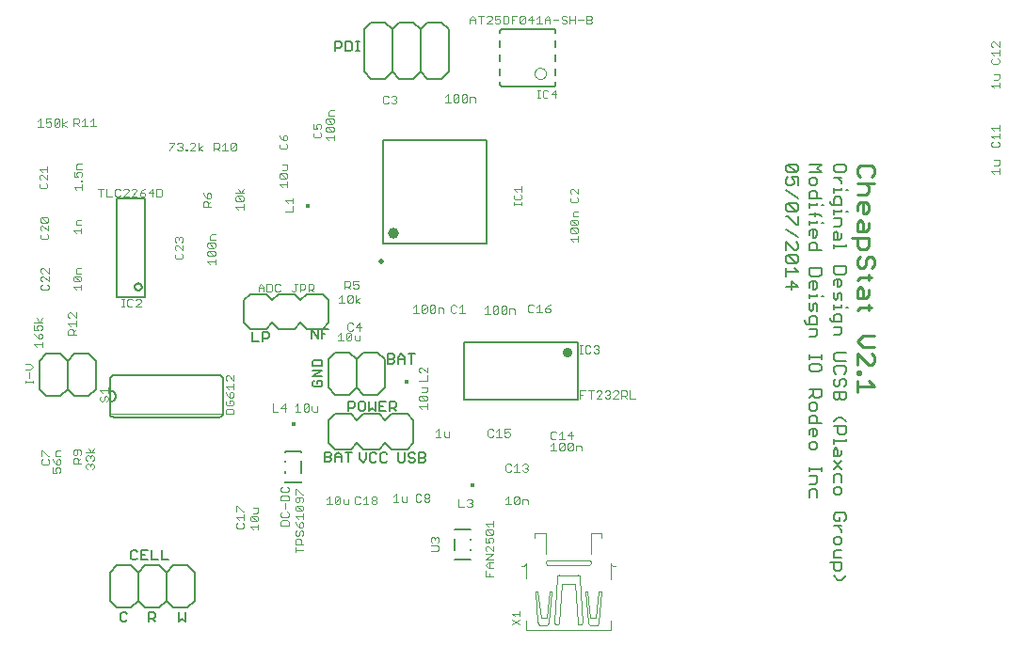
<source format=gto>
G75*
G70*
%OFA0B0*%
%FSLAX24Y24*%
%IPPOS*%
%LPD*%
%AMOC8*
5,1,8,0,0,1.08239X$1,22.5*
%
%ADD10C,0.0060*%
%ADD11C,0.0070*%
%ADD12C,0.0100*%
%ADD13C,0.0079*%
%ADD14C,0.0394*%
%ADD15C,0.0197*%
%ADD16C,0.0040*%
%ADD17R,0.0118X0.0157*%
%ADD18C,0.0050*%
%ADD19C,0.0020*%
%ADD20C,0.0080*%
%ADD21C,0.0348*%
%ADD22R,0.0157X0.0118*%
D10*
X003611Y001361D02*
X003861Y001111D01*
X004361Y001111D01*
X004611Y001361D01*
X004861Y001111D01*
X005361Y001111D01*
X005611Y001361D01*
X005861Y001111D01*
X006361Y001111D01*
X006611Y001361D01*
X006611Y002361D01*
X006361Y002611D01*
X005861Y002611D01*
X005611Y002361D01*
X005611Y001361D01*
X006041Y000956D02*
X006041Y000616D01*
X006154Y000729D01*
X006268Y000616D01*
X006268Y000956D01*
X005218Y000899D02*
X005218Y000786D01*
X005161Y000729D01*
X004991Y000729D01*
X004991Y000616D02*
X004991Y000956D01*
X005161Y000956D01*
X005218Y000899D01*
X005104Y000729D02*
X005218Y000616D01*
X004218Y000673D02*
X004161Y000616D01*
X004048Y000616D01*
X003991Y000673D01*
X003991Y000899D01*
X004048Y000956D01*
X004161Y000956D01*
X004218Y000899D01*
X004611Y001361D02*
X004611Y002361D01*
X004861Y002611D01*
X005361Y002611D01*
X005611Y002361D01*
X005693Y002811D02*
X005466Y002811D01*
X005466Y003151D01*
X005324Y002811D02*
X005097Y002811D01*
X005097Y003151D01*
X004956Y003151D02*
X004729Y003151D01*
X004729Y002811D01*
X004956Y002811D01*
X004843Y002981D02*
X004729Y002981D01*
X004588Y003094D02*
X004531Y003151D01*
X004418Y003151D01*
X004361Y003094D01*
X004361Y002868D01*
X004418Y002811D01*
X004531Y002811D01*
X004588Y002868D01*
X004361Y002611D02*
X004611Y002361D01*
X004361Y002611D02*
X003861Y002611D01*
X003611Y002361D01*
X003611Y001361D01*
X009821Y005571D02*
X009821Y005588D01*
X009821Y005571D02*
X010400Y005571D01*
X010400Y005588D01*
X010400Y005905D02*
X010400Y006316D01*
X010400Y006634D02*
X010400Y006651D01*
X009821Y006651D01*
X009821Y006634D01*
X009821Y006316D02*
X009821Y006279D01*
X009821Y005942D02*
X009821Y005905D01*
X011216Y006291D02*
X011216Y006631D01*
X011386Y006631D01*
X011443Y006574D01*
X011443Y006518D01*
X011386Y006461D01*
X011216Y006461D01*
X011386Y006461D02*
X011443Y006404D01*
X011443Y006348D01*
X011386Y006291D01*
X011216Y006291D01*
X011584Y006291D02*
X011584Y006518D01*
X011698Y006631D01*
X011811Y006518D01*
X011811Y006291D01*
X011811Y006461D02*
X011584Y006461D01*
X011586Y006736D02*
X011361Y006961D01*
X011361Y007761D01*
X011586Y007986D01*
X012136Y007986D01*
X012361Y007761D01*
X012586Y007986D01*
X013136Y007986D01*
X013361Y007761D01*
X013586Y007986D01*
X014136Y007986D01*
X014361Y007761D01*
X014361Y006961D01*
X014136Y006736D01*
X013586Y006736D01*
X013361Y006961D01*
X013136Y006736D01*
X012586Y006736D01*
X012361Y006961D01*
X012136Y006736D01*
X011586Y006736D01*
X011952Y006631D02*
X012179Y006631D01*
X012066Y006631D02*
X012066Y006291D01*
X012461Y006379D02*
X012574Y006266D01*
X012688Y006379D01*
X012688Y006606D01*
X012829Y006549D02*
X012886Y006606D01*
X012999Y006606D01*
X013056Y006549D01*
X013198Y006549D02*
X013198Y006323D01*
X013254Y006266D01*
X013368Y006266D01*
X013424Y006323D01*
X013424Y006549D02*
X013368Y006606D01*
X013254Y006606D01*
X013198Y006549D01*
X013056Y006323D02*
X012999Y006266D01*
X012886Y006266D01*
X012829Y006323D01*
X012829Y006549D01*
X012461Y006606D02*
X012461Y006379D01*
X013816Y006323D02*
X013873Y006266D01*
X013986Y006266D01*
X014043Y006323D01*
X014043Y006606D01*
X014184Y006549D02*
X014184Y006493D01*
X014241Y006436D01*
X014354Y006436D01*
X014411Y006379D01*
X014411Y006323D01*
X014354Y006266D01*
X014241Y006266D01*
X014184Y006323D01*
X014184Y006549D02*
X014241Y006606D01*
X014354Y006606D01*
X014411Y006549D01*
X014552Y006606D02*
X014552Y006266D01*
X014723Y006266D01*
X014779Y006323D01*
X014779Y006379D01*
X014723Y006436D01*
X014552Y006436D01*
X014552Y006606D02*
X014723Y006606D01*
X014779Y006549D01*
X014779Y006493D01*
X014723Y006436D01*
X013816Y006323D02*
X013816Y006606D01*
X013749Y008091D02*
X013636Y008204D01*
X013693Y008204D02*
X013523Y008204D01*
X013523Y008091D02*
X013523Y008431D01*
X013693Y008431D01*
X013749Y008374D01*
X013749Y008261D01*
X013693Y008204D01*
X013381Y008091D02*
X013154Y008091D01*
X013154Y008431D01*
X013381Y008431D01*
X013268Y008261D02*
X013154Y008261D01*
X013013Y008091D02*
X013013Y008431D01*
X012786Y008431D02*
X012786Y008091D01*
X012899Y008204D01*
X013013Y008091D01*
X012644Y008148D02*
X012644Y008374D01*
X012588Y008431D01*
X012474Y008431D01*
X012418Y008374D01*
X012418Y008148D01*
X012474Y008091D01*
X012588Y008091D01*
X012644Y008148D01*
X012276Y008261D02*
X012219Y008204D01*
X012049Y008204D01*
X012049Y008091D02*
X012049Y008431D01*
X012219Y008431D01*
X012276Y008374D01*
X012276Y008261D01*
X012087Y008658D02*
X011587Y008658D01*
X011337Y008908D01*
X011337Y009908D01*
X011587Y010158D01*
X012087Y010158D01*
X012337Y009908D01*
X012587Y010158D01*
X013087Y010158D01*
X013337Y009908D01*
X013337Y008908D01*
X013087Y008658D01*
X012587Y008658D01*
X012337Y008908D01*
X012087Y008658D01*
X012337Y008908D02*
X012337Y009908D01*
X013442Y009938D02*
X013612Y009938D01*
X013669Y009882D01*
X013669Y009825D01*
X013612Y009768D01*
X013442Y009768D01*
X013442Y010108D01*
X013612Y010108D01*
X013669Y010052D01*
X013669Y009995D01*
X013612Y009938D01*
X013811Y009938D02*
X014037Y009938D01*
X014037Y009995D02*
X014037Y009768D01*
X013811Y009768D02*
X013811Y009995D01*
X013924Y010108D01*
X014037Y009995D01*
X014179Y010108D02*
X014406Y010108D01*
X014292Y010108D02*
X014292Y009768D01*
X011131Y009677D02*
X011131Y009848D01*
X011074Y009904D01*
X010847Y009904D01*
X010791Y009848D01*
X010791Y009677D01*
X011131Y009677D01*
X011131Y009536D02*
X010791Y009536D01*
X010791Y009309D02*
X011131Y009536D01*
X011131Y009309D02*
X010791Y009309D01*
X010847Y009168D02*
X010791Y009111D01*
X010791Y008998D01*
X010847Y008941D01*
X011074Y008941D01*
X011131Y008998D01*
X011131Y009111D01*
X011074Y009168D01*
X010961Y009168D01*
X010961Y009054D01*
X010968Y010641D02*
X010968Y010981D01*
X011109Y010981D02*
X011336Y010981D01*
X011136Y010986D02*
X011361Y011211D01*
X011361Y012011D01*
X011136Y012236D01*
X010586Y012236D01*
X010361Y012011D01*
X010136Y012236D01*
X009586Y012236D01*
X009361Y012011D01*
X009136Y012236D01*
X008586Y012236D01*
X008361Y012011D01*
X008361Y011211D01*
X008586Y010986D01*
X009136Y010986D01*
X009361Y011211D01*
X009586Y010986D01*
X010136Y010986D01*
X010361Y011211D01*
X010586Y010986D01*
X011136Y010986D01*
X011109Y010981D02*
X011109Y010641D01*
X010968Y010641D02*
X010741Y010981D01*
X010741Y010641D01*
X011109Y010811D02*
X011223Y010811D01*
X009236Y010824D02*
X009236Y010711D01*
X009179Y010654D01*
X009009Y010654D01*
X009009Y010541D02*
X009009Y010881D01*
X009179Y010881D01*
X009236Y010824D01*
X008868Y010541D02*
X008641Y010541D01*
X008641Y010881D01*
X007451Y009351D02*
X003751Y009351D01*
X003731Y009351D01*
X003710Y009347D01*
X003691Y009341D01*
X003673Y009332D01*
X003656Y009320D01*
X003642Y009305D01*
X003630Y009289D01*
X003621Y009271D01*
X003615Y009251D01*
X003611Y009231D01*
X003611Y008811D01*
X003611Y008411D01*
X003611Y007991D01*
X003615Y007970D01*
X003622Y007950D01*
X003632Y007931D01*
X003645Y007914D01*
X003661Y007900D01*
X003679Y007888D01*
X003698Y007879D01*
X003719Y007873D01*
X003740Y007870D01*
X003761Y007871D01*
X007461Y007871D01*
X007482Y007870D01*
X007503Y007873D01*
X007524Y007879D01*
X007543Y007888D01*
X007561Y007900D01*
X007577Y007914D01*
X007590Y007931D01*
X007600Y007950D01*
X007607Y007970D01*
X007611Y007991D01*
X007611Y009231D01*
X007606Y009253D01*
X007598Y009273D01*
X007586Y009292D01*
X007572Y009309D01*
X007556Y009324D01*
X007537Y009336D01*
X007517Y009344D01*
X007495Y009350D01*
X007473Y009352D01*
X007451Y009351D01*
X003611Y008811D02*
X003638Y008809D01*
X003665Y008804D01*
X003691Y008794D01*
X003715Y008782D01*
X003737Y008766D01*
X003757Y008748D01*
X003774Y008726D01*
X003789Y008703D01*
X003799Y008678D01*
X003807Y008652D01*
X003811Y008625D01*
X003811Y008597D01*
X003807Y008570D01*
X003799Y008544D01*
X003789Y008519D01*
X003774Y008496D01*
X003757Y008474D01*
X003737Y008456D01*
X003715Y008440D01*
X003691Y008428D01*
X003665Y008418D01*
X003638Y008413D01*
X003611Y008411D01*
X003111Y008861D02*
X002861Y008611D01*
X002361Y008611D01*
X002111Y008861D01*
X001861Y008611D01*
X001361Y008611D01*
X001111Y008861D01*
X001111Y009861D01*
X001361Y010111D01*
X001861Y010111D01*
X002111Y009861D01*
X002361Y010111D01*
X002861Y010111D01*
X003111Y009861D01*
X003111Y008861D01*
X002111Y008861D02*
X002111Y009861D01*
X015821Y003901D02*
X015821Y003884D01*
X015821Y003901D02*
X016400Y003901D01*
X016400Y003884D01*
X016400Y003566D02*
X016400Y003529D01*
X016400Y003192D02*
X016400Y003155D01*
X016400Y002838D02*
X016400Y002821D01*
X015821Y002821D01*
X015821Y002838D01*
X015821Y003155D02*
X015821Y003566D01*
X027541Y012473D02*
X027981Y012473D01*
X027761Y012693D01*
X027761Y012399D01*
X027541Y012859D02*
X027541Y013153D01*
X027541Y013006D02*
X027981Y013006D01*
X027834Y013153D01*
X027908Y013320D02*
X027614Y013320D01*
X027541Y013393D01*
X027541Y013540D01*
X027614Y013613D01*
X027908Y013320D01*
X027981Y013393D01*
X027981Y013540D01*
X027908Y013613D01*
X027614Y013613D01*
X027541Y013780D02*
X027541Y014074D01*
X027834Y013780D01*
X027908Y013780D01*
X027981Y013854D01*
X027981Y014000D01*
X027908Y014074D01*
X027981Y014241D02*
X027541Y014534D01*
X027908Y014701D02*
X027614Y014994D01*
X027541Y014994D01*
X027614Y015161D02*
X027541Y015235D01*
X027541Y015381D01*
X027614Y015455D01*
X027908Y015161D01*
X027614Y015161D01*
X027908Y015161D02*
X027981Y015235D01*
X027981Y015381D01*
X027908Y015455D01*
X027614Y015455D01*
X027981Y015622D02*
X027541Y015915D01*
X027614Y016082D02*
X027541Y016155D01*
X027541Y016302D01*
X027614Y016376D01*
X027761Y016376D02*
X027834Y016229D01*
X027834Y016155D01*
X027761Y016082D01*
X027614Y016082D01*
X027981Y016082D02*
X027981Y016376D01*
X027761Y016376D01*
X027614Y016542D02*
X027541Y016616D01*
X027541Y016762D01*
X027614Y016836D01*
X027908Y016542D01*
X027614Y016542D01*
X027908Y016542D02*
X027981Y016616D01*
X027981Y016762D01*
X027908Y016836D01*
X027614Y016836D01*
X027981Y014994D02*
X027981Y014701D01*
X027908Y014701D01*
X019395Y019690D02*
X019395Y019741D01*
X019395Y019686D02*
X019394Y019669D01*
X019389Y019652D01*
X019382Y019637D01*
X019372Y019623D01*
X019360Y019611D01*
X019346Y019601D01*
X019331Y019594D01*
X019314Y019589D01*
X019297Y019588D01*
X019293Y019587D02*
X017525Y019587D01*
X017525Y019588D02*
X017508Y019589D01*
X017491Y019594D01*
X017476Y019601D01*
X017462Y019611D01*
X017450Y019623D01*
X017440Y019637D01*
X017433Y019652D01*
X017428Y019669D01*
X017427Y019686D01*
X017427Y019690D02*
X017427Y019741D01*
X017427Y019985D02*
X017427Y020237D01*
X017427Y020485D02*
X017427Y020737D01*
X017427Y020985D02*
X017427Y021237D01*
X017427Y021481D02*
X017427Y021540D01*
X017427Y021536D02*
X017428Y021553D01*
X017433Y021570D01*
X017440Y021585D01*
X017450Y021599D01*
X017462Y021611D01*
X017476Y021621D01*
X017491Y021628D01*
X017508Y021633D01*
X017525Y021634D01*
X019297Y021634D01*
X019314Y021633D01*
X019331Y021628D01*
X019346Y021621D01*
X019360Y021611D01*
X019372Y021599D01*
X019382Y021585D01*
X019389Y021570D01*
X019394Y021553D01*
X019395Y021536D01*
X019395Y021528D02*
X019395Y021477D01*
X019395Y021237D02*
X019395Y020981D01*
X019395Y020737D02*
X019395Y020481D01*
X019395Y020237D02*
X019395Y019985D01*
X015611Y020111D02*
X015361Y019861D01*
X014861Y019861D01*
X014611Y020111D01*
X014611Y021611D01*
X014861Y021861D01*
X015361Y021861D01*
X015611Y021611D01*
X015611Y020111D01*
X014611Y020111D02*
X014361Y019861D01*
X013861Y019861D01*
X013611Y020111D01*
X013611Y021611D01*
X013861Y021861D01*
X014361Y021861D01*
X014611Y021611D01*
X013611Y021611D02*
X013361Y021861D01*
X012861Y021861D01*
X012611Y021611D01*
X012611Y020111D01*
X012861Y019861D01*
X013361Y019861D01*
X013611Y020111D01*
X012441Y020841D02*
X012327Y020841D01*
X012384Y020841D02*
X012384Y021181D01*
X012327Y021181D02*
X012441Y021181D01*
X012186Y021124D02*
X012129Y021181D01*
X011959Y021181D01*
X011959Y020841D01*
X012129Y020841D01*
X012186Y020898D01*
X012186Y021124D01*
X011818Y021124D02*
X011761Y021181D01*
X011591Y021181D01*
X011591Y020841D01*
X011591Y020954D02*
X011761Y020954D01*
X011818Y021011D01*
X011818Y021124D01*
D11*
X028227Y011312D02*
X028227Y011240D01*
X028299Y011168D01*
X028658Y011168D01*
X028658Y011383D01*
X028586Y011455D01*
X028443Y011455D01*
X028371Y011383D01*
X028371Y011168D01*
X028371Y010995D02*
X028658Y010995D01*
X028658Y010780D01*
X028586Y010708D01*
X028371Y010708D01*
X029246Y010785D02*
X029461Y010785D01*
X029533Y010856D01*
X029533Y011071D01*
X029246Y011071D01*
X029246Y011245D02*
X029246Y011460D01*
X029318Y011532D01*
X029461Y011532D01*
X029533Y011460D01*
X029533Y011245D01*
X029174Y011245D01*
X029102Y011317D01*
X029102Y011388D01*
X029246Y011695D02*
X029246Y011839D01*
X029246Y011767D02*
X029533Y011767D01*
X029533Y011839D01*
X029676Y011767D02*
X029748Y011767D01*
X029533Y012012D02*
X029533Y012227D01*
X029461Y012299D01*
X029389Y012227D01*
X029389Y012084D01*
X029318Y012012D01*
X029246Y012084D01*
X029246Y012299D01*
X029389Y012473D02*
X029389Y012759D01*
X029318Y012759D02*
X029461Y012759D01*
X029533Y012688D01*
X029533Y012544D01*
X029461Y012473D01*
X029389Y012473D01*
X029246Y012544D02*
X029246Y012688D01*
X029318Y012759D01*
X029318Y012933D02*
X029604Y012933D01*
X029676Y013005D01*
X029676Y013220D01*
X029246Y013220D01*
X029246Y013005D01*
X029318Y012933D01*
X028801Y012928D02*
X028801Y013143D01*
X028371Y013143D01*
X028371Y012928D01*
X028443Y012856D01*
X028729Y012856D01*
X028801Y012928D01*
X028586Y012683D02*
X028658Y012611D01*
X028658Y012468D01*
X028586Y012396D01*
X028514Y012396D01*
X028514Y012683D01*
X028443Y012683D02*
X028586Y012683D01*
X028443Y012683D02*
X028371Y012611D01*
X028371Y012468D01*
X028371Y012222D02*
X028371Y012079D01*
X028371Y012151D02*
X028658Y012151D01*
X028658Y012222D01*
X028801Y012151D02*
X028873Y012151D01*
X028586Y011915D02*
X028658Y011844D01*
X028658Y011629D01*
X028514Y011700D02*
X028514Y011844D01*
X028586Y011915D01*
X028371Y011915D02*
X028371Y011700D01*
X028443Y011629D01*
X028514Y011700D01*
X028371Y010074D02*
X028371Y009931D01*
X028371Y010002D02*
X028801Y010002D01*
X028801Y009931D02*
X028801Y010074D01*
X029246Y010079D02*
X029246Y009936D01*
X029318Y009864D01*
X029676Y009864D01*
X029604Y009690D02*
X029318Y009690D01*
X029246Y009619D01*
X029246Y009475D01*
X029318Y009404D01*
X029318Y009230D02*
X029246Y009158D01*
X029246Y009015D01*
X029318Y008943D01*
X029389Y008943D01*
X029461Y009015D01*
X029461Y009158D01*
X029533Y009230D01*
X029604Y009230D01*
X029676Y009158D01*
X029676Y009015D01*
X029604Y008943D01*
X029676Y008770D02*
X029246Y008770D01*
X029246Y008555D01*
X029318Y008483D01*
X029389Y008483D01*
X029461Y008555D01*
X029461Y008770D01*
X029676Y008770D02*
X029676Y008555D01*
X029604Y008483D01*
X029533Y008483D01*
X029461Y008555D01*
X028801Y008631D02*
X028729Y008560D01*
X028586Y008560D01*
X028514Y008631D01*
X028514Y008846D01*
X028514Y008703D02*
X028371Y008560D01*
X028443Y008386D02*
X028371Y008314D01*
X028371Y008171D01*
X028443Y008099D01*
X028586Y008099D01*
X028658Y008171D01*
X028658Y008314D01*
X028586Y008386D01*
X028443Y008386D01*
X028801Y008631D02*
X028801Y008846D01*
X028371Y008846D01*
X028443Y009480D02*
X028729Y009480D01*
X028801Y009552D01*
X028801Y009695D01*
X028729Y009767D01*
X028443Y009767D01*
X028371Y009695D01*
X028371Y009552D01*
X028443Y009480D01*
X029246Y010079D02*
X029318Y010151D01*
X029676Y010151D01*
X029604Y009690D02*
X029676Y009619D01*
X029676Y009475D01*
X029604Y009404D01*
X029533Y007849D02*
X029389Y007849D01*
X029246Y007706D01*
X029246Y007542D02*
X029676Y007542D01*
X029676Y007327D01*
X029604Y007255D01*
X029461Y007255D01*
X029389Y007327D01*
X029389Y007542D01*
X029676Y007706D02*
X029533Y007849D01*
X028801Y007639D02*
X028371Y007639D01*
X028371Y007854D01*
X028443Y007926D01*
X028586Y007926D01*
X028658Y007854D01*
X028658Y007639D01*
X028586Y007465D02*
X028658Y007394D01*
X028658Y007250D01*
X028586Y007179D01*
X028514Y007179D01*
X028514Y007465D01*
X028443Y007465D02*
X028586Y007465D01*
X028443Y007465D02*
X028371Y007394D01*
X028371Y007250D01*
X028443Y007005D02*
X028371Y006933D01*
X028371Y006790D01*
X028443Y006718D01*
X028586Y006718D01*
X028658Y006790D01*
X028658Y006933D01*
X028586Y007005D01*
X028443Y007005D01*
X029246Y007010D02*
X029676Y007010D01*
X029676Y007082D01*
X029246Y007082D02*
X029246Y006938D01*
X029318Y006775D02*
X029389Y006703D01*
X029389Y006488D01*
X029461Y006488D02*
X029246Y006488D01*
X029246Y006703D01*
X029318Y006775D01*
X029533Y006703D02*
X029533Y006560D01*
X029461Y006488D01*
X029533Y006315D02*
X029246Y006028D01*
X029318Y005854D02*
X029246Y005782D01*
X029246Y005567D01*
X029318Y005394D02*
X029246Y005322D01*
X029246Y005179D01*
X029318Y005107D01*
X029461Y005107D01*
X029533Y005179D01*
X029533Y005322D01*
X029461Y005394D01*
X029318Y005394D01*
X029533Y005567D02*
X029533Y005782D01*
X029461Y005854D01*
X029318Y005854D01*
X029533Y006028D02*
X029246Y006315D01*
X028801Y006084D02*
X028801Y005941D01*
X028801Y006013D02*
X028371Y006013D01*
X028371Y006084D02*
X028371Y005941D01*
X028371Y005777D02*
X028658Y005777D01*
X028658Y005562D01*
X028586Y005491D01*
X028371Y005491D01*
X028443Y005317D02*
X028371Y005245D01*
X028371Y005030D01*
X028658Y005030D02*
X028658Y005245D01*
X028586Y005317D01*
X028443Y005317D01*
X029318Y004473D02*
X029246Y004401D01*
X029246Y004258D01*
X029318Y004186D01*
X029461Y004186D01*
X029461Y004330D01*
X029604Y004473D02*
X029318Y004473D01*
X029604Y004473D02*
X029676Y004401D01*
X029676Y004258D01*
X029604Y004186D01*
X029533Y004013D02*
X029246Y004013D01*
X029389Y004013D02*
X029533Y003869D01*
X029533Y003798D01*
X029461Y003629D02*
X029318Y003629D01*
X029246Y003557D01*
X029246Y003414D01*
X029318Y003342D01*
X029461Y003342D01*
X029533Y003414D01*
X029533Y003557D01*
X029461Y003629D01*
X029533Y003169D02*
X029318Y003169D01*
X029246Y003097D01*
X029246Y002882D01*
X029533Y002882D01*
X029533Y002708D02*
X029102Y002708D01*
X029246Y002708D02*
X029246Y002493D01*
X029318Y002422D01*
X029461Y002422D01*
X029533Y002493D01*
X029533Y002708D01*
X029676Y002248D02*
X029533Y002105D01*
X029389Y002105D01*
X029246Y002248D01*
X028801Y013777D02*
X028371Y013777D01*
X028371Y013992D01*
X028443Y014064D01*
X028586Y014064D01*
X028658Y013992D01*
X028658Y013777D01*
X028586Y014237D02*
X028514Y014237D01*
X028514Y014524D01*
X028443Y014524D02*
X028586Y014524D01*
X028658Y014452D01*
X028658Y014309D01*
X028586Y014237D01*
X028371Y014309D02*
X028371Y014452D01*
X028443Y014524D01*
X028371Y014688D02*
X028371Y014831D01*
X028371Y014759D02*
X028658Y014759D01*
X028658Y014831D01*
X028801Y014759D02*
X028873Y014759D01*
X029246Y014621D02*
X029461Y014621D01*
X029533Y014693D01*
X029533Y014908D01*
X029246Y014908D01*
X029246Y015071D02*
X029246Y015215D01*
X029246Y015143D02*
X029533Y015143D01*
X029533Y015215D01*
X029676Y015143D02*
X029748Y015143D01*
X029533Y015388D02*
X029174Y015388D01*
X029102Y015460D01*
X029102Y015532D01*
X029246Y015603D02*
X029246Y015388D01*
X029246Y015603D02*
X029318Y015675D01*
X029461Y015675D01*
X029533Y015603D01*
X029533Y015388D01*
X029246Y015838D02*
X029246Y015982D01*
X029246Y015910D02*
X029533Y015910D01*
X029533Y015982D01*
X029676Y015910D02*
X029748Y015910D01*
X029533Y016150D02*
X029533Y016222D01*
X029389Y016366D01*
X029246Y016366D02*
X029533Y016366D01*
X029604Y016539D02*
X029676Y016611D01*
X029676Y016754D01*
X029604Y016826D01*
X029318Y016826D01*
X029246Y016754D01*
X029246Y016611D01*
X029318Y016539D01*
X029604Y016539D01*
X028801Y016539D02*
X028371Y016539D01*
X028443Y016366D02*
X028371Y016294D01*
X028371Y016150D01*
X028443Y016079D01*
X028586Y016079D01*
X028658Y016150D01*
X028658Y016294D01*
X028586Y016366D01*
X028443Y016366D01*
X028658Y016682D02*
X028801Y016539D01*
X028658Y016682D02*
X028801Y016826D01*
X028371Y016826D01*
X028443Y015905D02*
X028586Y015905D01*
X028658Y015833D01*
X028658Y015618D01*
X028801Y015618D02*
X028371Y015618D01*
X028371Y015833D01*
X028443Y015905D01*
X028371Y015445D02*
X028371Y015301D01*
X028371Y015373D02*
X028658Y015373D01*
X028658Y015445D01*
X028801Y015373D02*
X028873Y015373D01*
X028729Y015066D02*
X028371Y015066D01*
X028586Y015138D02*
X028586Y014994D01*
X028729Y015066D02*
X028801Y014994D01*
X029318Y014447D02*
X029389Y014376D01*
X029389Y014161D01*
X029461Y014161D02*
X029246Y014161D01*
X029246Y014376D01*
X029318Y014447D01*
X029533Y014376D02*
X029533Y014232D01*
X029461Y014161D01*
X029246Y013987D02*
X029246Y013844D01*
X029246Y013915D02*
X029676Y013915D01*
X029676Y013987D01*
D12*
X029886Y014208D02*
X030486Y014208D01*
X030486Y013908D01*
X030386Y013807D01*
X030186Y013807D01*
X030086Y013908D01*
X030086Y014208D01*
X030086Y014452D02*
X030086Y014752D01*
X030186Y014852D01*
X030286Y014752D01*
X030286Y014452D01*
X030386Y014452D02*
X030086Y014452D01*
X030386Y014452D02*
X030486Y014552D01*
X030486Y014752D01*
X030386Y015096D02*
X030286Y015096D01*
X030286Y015497D01*
X030186Y015497D02*
X030386Y015497D01*
X030486Y015397D01*
X030486Y015197D01*
X030386Y015096D01*
X030086Y015197D02*
X030086Y015397D01*
X030186Y015497D01*
X030086Y015741D02*
X030386Y015741D01*
X030486Y015841D01*
X030486Y016041D01*
X030386Y016141D01*
X030686Y016141D02*
X030086Y016141D01*
X030186Y016386D02*
X030086Y016486D01*
X030086Y016686D01*
X030186Y016786D01*
X030586Y016786D01*
X030686Y016686D01*
X030686Y016486D01*
X030586Y016386D01*
X030586Y013563D02*
X030486Y013563D01*
X030386Y013463D01*
X030386Y013263D01*
X030286Y013163D01*
X030186Y013163D01*
X030086Y013263D01*
X030086Y013463D01*
X030186Y013563D01*
X030586Y013563D02*
X030686Y013463D01*
X030686Y013263D01*
X030586Y013163D01*
X030486Y012919D02*
X030486Y012719D01*
X030586Y012819D02*
X030186Y012819D01*
X030086Y012719D01*
X030186Y012489D02*
X030286Y012389D01*
X030286Y012089D01*
X030386Y012089D02*
X030086Y012089D01*
X030086Y012389D01*
X030186Y012489D01*
X030486Y012389D02*
X030486Y012189D01*
X030386Y012089D01*
X030486Y011844D02*
X030486Y011644D01*
X030586Y011744D02*
X030186Y011744D01*
X030086Y011644D01*
X030286Y010770D02*
X030086Y010570D01*
X030286Y010370D01*
X030686Y010370D01*
X030586Y010126D02*
X030686Y010026D01*
X030686Y009826D01*
X030586Y009725D01*
X030486Y009725D01*
X030086Y010126D01*
X030086Y009725D01*
X030086Y009481D02*
X030086Y009381D01*
X030186Y009381D01*
X030186Y009481D01*
X030086Y009481D01*
X030086Y009159D02*
X030086Y008759D01*
X030086Y008959D02*
X030686Y008959D01*
X030486Y009159D01*
X030686Y010770D02*
X030286Y010770D01*
D13*
X016942Y014030D02*
X016942Y017692D01*
X013280Y017692D01*
X013280Y014030D01*
X016942Y014030D01*
D14*
X013634Y014384D03*
D15*
X013221Y013400D03*
D16*
X012412Y012686D02*
X012226Y012686D01*
X012226Y012546D01*
X012319Y012593D01*
X012366Y012593D01*
X012412Y012546D01*
X012412Y012453D01*
X012366Y012406D01*
X012272Y012406D01*
X012226Y012453D01*
X012118Y012406D02*
X012024Y012499D01*
X012071Y012499D02*
X011931Y012499D01*
X011931Y012406D02*
X011931Y012686D01*
X012071Y012686D01*
X012118Y012639D01*
X012118Y012546D01*
X012071Y012499D01*
X012072Y012186D02*
X012166Y012186D01*
X012212Y012139D01*
X012026Y011953D01*
X012072Y011906D01*
X012166Y011906D01*
X012212Y011953D01*
X012212Y012139D01*
X012320Y012186D02*
X012320Y011906D01*
X012320Y011999D02*
X012460Y012093D01*
X012320Y011999D02*
X012460Y011906D01*
X012026Y011953D02*
X012026Y012139D01*
X012072Y012186D01*
X011824Y012186D02*
X011824Y011906D01*
X011731Y011906D02*
X011918Y011906D01*
X011731Y012093D02*
X011824Y012186D01*
X010823Y012311D02*
X010730Y012404D01*
X010776Y012404D02*
X010636Y012404D01*
X010636Y012311D02*
X010636Y012591D01*
X010776Y012591D01*
X010823Y012544D01*
X010823Y012451D01*
X010776Y012404D01*
X010528Y012451D02*
X010528Y012544D01*
X010482Y012591D01*
X010342Y012591D01*
X010342Y012311D01*
X010342Y012404D02*
X010482Y012404D01*
X010528Y012451D01*
X010234Y012591D02*
X010140Y012591D01*
X010187Y012591D02*
X010187Y012358D01*
X010140Y012311D01*
X010094Y012311D01*
X010047Y012358D01*
X009939Y012264D02*
X009752Y012264D01*
X009644Y012358D02*
X009598Y012311D01*
X009504Y012311D01*
X009458Y012358D01*
X009458Y012544D01*
X009504Y012591D01*
X009598Y012591D01*
X009644Y012544D01*
X009350Y012544D02*
X009350Y012358D01*
X009303Y012311D01*
X009163Y012311D01*
X009163Y012591D01*
X009303Y012591D01*
X009350Y012544D01*
X009055Y012498D02*
X009055Y012311D01*
X009055Y012451D02*
X008868Y012451D01*
X008868Y012498D02*
X008868Y012311D01*
X008868Y012498D02*
X008962Y012591D01*
X009055Y012498D01*
X007341Y013281D02*
X007341Y013468D01*
X007341Y013374D02*
X007061Y013374D01*
X007154Y013281D01*
X007107Y013576D02*
X007061Y013622D01*
X007061Y013716D01*
X007107Y013762D01*
X007294Y013576D01*
X007341Y013622D01*
X007341Y013716D01*
X007294Y013762D01*
X007107Y013762D01*
X007107Y013870D02*
X007061Y013917D01*
X007061Y014010D01*
X007107Y014057D01*
X007294Y013870D01*
X007341Y013917D01*
X007341Y014010D01*
X007294Y014057D01*
X007107Y014057D01*
X007154Y014165D02*
X007154Y014305D01*
X007201Y014352D01*
X007341Y014352D01*
X007341Y014165D02*
X007154Y014165D01*
X007107Y013870D02*
X007294Y013870D01*
X007294Y013576D02*
X007107Y013576D01*
X006191Y013621D02*
X006144Y013668D01*
X006191Y013621D02*
X006191Y013528D01*
X006144Y013481D01*
X005957Y013481D01*
X005911Y013528D01*
X005911Y013621D01*
X005957Y013668D01*
X005957Y013776D02*
X005911Y013822D01*
X005911Y013916D01*
X005957Y013962D01*
X006004Y013962D01*
X006191Y013776D01*
X006191Y013962D01*
X006144Y014070D02*
X006191Y014117D01*
X006191Y014210D01*
X006144Y014257D01*
X006097Y014257D01*
X006051Y014210D01*
X006051Y014164D01*
X006051Y014210D02*
X006004Y014257D01*
X005957Y014257D01*
X005911Y014210D01*
X005911Y014117D01*
X005957Y014070D01*
X006911Y015331D02*
X006911Y015471D01*
X006957Y015518D01*
X007051Y015518D01*
X007097Y015471D01*
X007097Y015331D01*
X007097Y015424D02*
X007191Y015518D01*
X007144Y015626D02*
X007191Y015672D01*
X007191Y015766D01*
X007144Y015812D01*
X007097Y015812D01*
X007051Y015766D01*
X007051Y015626D01*
X007144Y015626D01*
X007051Y015626D02*
X006957Y015719D01*
X006911Y015812D01*
X006911Y015331D02*
X007191Y015331D01*
X008061Y015324D02*
X008341Y015324D01*
X008341Y015231D02*
X008341Y015418D01*
X008294Y015526D02*
X008107Y015712D01*
X008294Y015712D01*
X008341Y015666D01*
X008341Y015572D01*
X008294Y015526D01*
X008107Y015526D01*
X008061Y015572D01*
X008061Y015666D01*
X008107Y015712D01*
X008061Y015820D02*
X008341Y015820D01*
X008247Y015820D02*
X008154Y015960D01*
X008247Y015820D02*
X008341Y015960D01*
X008061Y015324D02*
X008154Y015231D01*
X009811Y015156D02*
X010091Y015156D01*
X010091Y015343D01*
X010091Y015451D02*
X010091Y015637D01*
X010091Y015544D02*
X009811Y015544D01*
X009904Y015451D01*
X009891Y016031D02*
X009891Y016218D01*
X009891Y016124D02*
X009611Y016124D01*
X009704Y016031D01*
X009657Y016326D02*
X009611Y016372D01*
X009611Y016466D01*
X009657Y016512D01*
X009844Y016326D01*
X009891Y016372D01*
X009891Y016466D01*
X009844Y016512D01*
X009657Y016512D01*
X009704Y016620D02*
X009844Y016620D01*
X009891Y016667D01*
X009891Y016807D01*
X009704Y016807D01*
X009657Y016326D02*
X009844Y016326D01*
X009844Y017381D02*
X009891Y017428D01*
X009891Y017521D01*
X009844Y017568D01*
X009844Y017676D02*
X009891Y017722D01*
X009891Y017816D01*
X009844Y017862D01*
X009797Y017862D01*
X009751Y017816D01*
X009751Y017676D01*
X009844Y017676D01*
X009751Y017676D02*
X009657Y017769D01*
X009611Y017862D01*
X009657Y017568D02*
X009611Y017521D01*
X009611Y017428D01*
X009657Y017381D01*
X009844Y017381D01*
X010811Y017828D02*
X010857Y017781D01*
X011044Y017781D01*
X011091Y017828D01*
X011091Y017921D01*
X011044Y017968D01*
X011044Y018076D02*
X011091Y018122D01*
X011091Y018216D01*
X011044Y018262D01*
X010951Y018262D01*
X010904Y018216D01*
X010904Y018169D01*
X010951Y018076D01*
X010811Y018076D01*
X010811Y018262D01*
X010857Y017968D02*
X010811Y017921D01*
X010811Y017828D01*
X011261Y017774D02*
X011354Y017681D01*
X011261Y017774D02*
X011541Y017774D01*
X011541Y017681D02*
X011541Y017868D01*
X011494Y017976D02*
X011307Y018162D01*
X011494Y018162D01*
X011541Y018116D01*
X011541Y018022D01*
X011494Y017976D01*
X011307Y017976D01*
X011261Y018022D01*
X011261Y018116D01*
X011307Y018162D01*
X011307Y018270D02*
X011261Y018317D01*
X011261Y018410D01*
X011307Y018457D01*
X011494Y018270D01*
X011541Y018317D01*
X011541Y018410D01*
X011494Y018457D01*
X011307Y018457D01*
X011354Y018565D02*
X011354Y018705D01*
X011401Y018752D01*
X011541Y018752D01*
X011541Y018565D02*
X011354Y018565D01*
X011307Y018270D02*
X011494Y018270D01*
X013281Y019028D02*
X013281Y019214D01*
X013328Y019261D01*
X013421Y019261D01*
X013468Y019214D01*
X013576Y019214D02*
X013622Y019261D01*
X013716Y019261D01*
X013762Y019214D01*
X013762Y019168D01*
X013716Y019121D01*
X013762Y019074D01*
X013762Y019028D01*
X013716Y018981D01*
X013622Y018981D01*
X013576Y019028D01*
X013468Y019028D02*
X013421Y018981D01*
X013328Y018981D01*
X013281Y019028D01*
X013669Y019121D02*
X013716Y019121D01*
X015481Y019031D02*
X015668Y019031D01*
X015574Y019031D02*
X015574Y019311D01*
X015481Y019218D01*
X015776Y019264D02*
X015776Y019078D01*
X015962Y019264D01*
X015962Y019078D01*
X015916Y019031D01*
X015822Y019031D01*
X015776Y019078D01*
X015776Y019264D02*
X015822Y019311D01*
X015916Y019311D01*
X015962Y019264D01*
X016070Y019264D02*
X016070Y019078D01*
X016257Y019264D01*
X016257Y019078D01*
X016210Y019031D01*
X016117Y019031D01*
X016070Y019078D01*
X016070Y019264D02*
X016117Y019311D01*
X016210Y019311D01*
X016257Y019264D01*
X016365Y019218D02*
X016505Y019218D01*
X016552Y019171D01*
X016552Y019031D01*
X016365Y019031D02*
X016365Y019218D01*
X018745Y019186D02*
X018839Y019186D01*
X018792Y019186D02*
X018792Y019466D01*
X018745Y019466D02*
X018839Y019466D01*
X018942Y019419D02*
X018942Y019233D01*
X018988Y019186D01*
X019082Y019186D01*
X019128Y019233D01*
X019236Y019326D02*
X019423Y019326D01*
X019376Y019466D02*
X019236Y019326D01*
X019128Y019419D02*
X019082Y019466D01*
X018988Y019466D01*
X018942Y019419D01*
X019376Y019466D02*
X019376Y019186D01*
X019200Y021811D02*
X019200Y021998D01*
X019106Y022091D01*
X019013Y021998D01*
X019013Y021811D01*
X018905Y021811D02*
X018718Y021811D01*
X018812Y021811D02*
X018812Y022091D01*
X018718Y021998D01*
X018610Y021951D02*
X018424Y021951D01*
X018564Y022091D01*
X018564Y021811D01*
X018316Y021858D02*
X018316Y022044D01*
X018129Y021858D01*
X018176Y021811D01*
X018269Y021811D01*
X018316Y021858D01*
X018316Y022044D02*
X018269Y022091D01*
X018176Y022091D01*
X018129Y022044D01*
X018129Y021858D01*
X017928Y021951D02*
X017834Y021951D01*
X017834Y021811D02*
X017834Y022091D01*
X018021Y022091D01*
X017726Y022044D02*
X017726Y021858D01*
X017680Y021811D01*
X017540Y021811D01*
X017540Y022091D01*
X017680Y022091D01*
X017726Y022044D01*
X017432Y022091D02*
X017245Y022091D01*
X017245Y021951D01*
X017338Y021998D01*
X017385Y021998D01*
X017432Y021951D01*
X017432Y021858D01*
X017385Y021811D01*
X017292Y021811D01*
X017245Y021858D01*
X017137Y021811D02*
X016950Y021811D01*
X017137Y021998D01*
X017137Y022044D01*
X017091Y022091D01*
X016997Y022091D01*
X016950Y022044D01*
X016843Y022091D02*
X016656Y022091D01*
X016749Y022091D02*
X016749Y021811D01*
X016548Y021811D02*
X016548Y021998D01*
X016454Y022091D01*
X016361Y021998D01*
X016361Y021811D01*
X016361Y021951D02*
X016548Y021951D01*
X019013Y021951D02*
X019200Y021951D01*
X019308Y021951D02*
X019494Y021951D01*
X019602Y021998D02*
X019649Y021951D01*
X019742Y021951D01*
X019789Y021904D01*
X019789Y021858D01*
X019742Y021811D01*
X019649Y021811D01*
X019602Y021858D01*
X019602Y021998D02*
X019602Y022044D01*
X019649Y022091D01*
X019742Y022091D01*
X019789Y022044D01*
X019897Y022091D02*
X019897Y021811D01*
X019897Y021951D02*
X020084Y021951D01*
X020191Y021951D02*
X020378Y021951D01*
X020486Y021951D02*
X020626Y021951D01*
X020673Y021904D01*
X020673Y021858D01*
X020626Y021811D01*
X020486Y021811D01*
X020486Y022091D01*
X020626Y022091D01*
X020673Y022044D01*
X020673Y021998D01*
X020626Y021951D01*
X020084Y022091D02*
X020084Y021811D01*
X020004Y015963D02*
X019957Y015963D01*
X019911Y015916D01*
X019911Y015823D01*
X019957Y015776D01*
X019957Y015668D02*
X019911Y015622D01*
X019911Y015528D01*
X019957Y015482D01*
X020144Y015482D01*
X020191Y015528D01*
X020191Y015622D01*
X020144Y015668D01*
X020191Y015776D02*
X020004Y015963D01*
X020191Y015963D02*
X020191Y015776D01*
X020191Y015163D02*
X020051Y015163D01*
X020004Y015116D01*
X020004Y014976D01*
X020191Y014976D01*
X020144Y014868D02*
X020191Y014822D01*
X020191Y014728D01*
X020144Y014682D01*
X019957Y014868D01*
X020144Y014868D01*
X020144Y014682D02*
X019957Y014682D01*
X019911Y014728D01*
X019911Y014822D01*
X019957Y014868D01*
X019957Y014574D02*
X020144Y014387D01*
X020191Y014434D01*
X020191Y014527D01*
X020144Y014574D01*
X019957Y014574D01*
X019911Y014527D01*
X019911Y014434D01*
X019957Y014387D01*
X020144Y014387D01*
X020191Y014279D02*
X020191Y014092D01*
X020191Y014186D02*
X019911Y014186D01*
X020004Y014092D01*
X018191Y015381D02*
X018191Y015474D01*
X018191Y015428D02*
X017911Y015428D01*
X017911Y015474D02*
X017911Y015381D01*
X017957Y015577D02*
X018144Y015577D01*
X018191Y015624D01*
X018191Y015717D01*
X018144Y015764D01*
X018191Y015872D02*
X018191Y016059D01*
X018191Y015965D02*
X017911Y015965D01*
X018004Y015872D01*
X017957Y015764D02*
X017911Y015717D01*
X017911Y015624D01*
X017957Y015577D01*
X018478Y011861D02*
X018431Y011814D01*
X018431Y011628D01*
X018478Y011581D01*
X018571Y011581D01*
X018618Y011628D01*
X018726Y011581D02*
X018912Y011581D01*
X018819Y011581D02*
X018819Y011861D01*
X018726Y011768D01*
X018618Y011814D02*
X018571Y011861D01*
X018478Y011861D01*
X019020Y011721D02*
X019160Y011721D01*
X019207Y011674D01*
X019207Y011628D01*
X019160Y011581D01*
X019067Y011581D01*
X019020Y011628D01*
X019020Y011721D01*
X019114Y011814D01*
X019207Y011861D01*
X017952Y011671D02*
X017952Y011531D01*
X017952Y011671D02*
X017905Y011718D01*
X017765Y011718D01*
X017765Y011531D01*
X017657Y011578D02*
X017610Y011531D01*
X017517Y011531D01*
X017470Y011578D01*
X017657Y011764D01*
X017657Y011578D01*
X017657Y011764D02*
X017610Y011811D01*
X017517Y011811D01*
X017470Y011764D01*
X017470Y011578D01*
X017362Y011578D02*
X017316Y011531D01*
X017222Y011531D01*
X017176Y011578D01*
X017362Y011764D01*
X017362Y011578D01*
X017362Y011764D02*
X017316Y011811D01*
X017222Y011811D01*
X017176Y011764D01*
X017176Y011578D01*
X017068Y011531D02*
X016881Y011531D01*
X016974Y011531D02*
X016974Y011811D01*
X016881Y011718D01*
X016173Y011561D02*
X015986Y011561D01*
X016080Y011561D02*
X016080Y011841D01*
X015986Y011748D01*
X015878Y011794D02*
X015832Y011841D01*
X015738Y011841D01*
X015692Y011794D01*
X015692Y011608D01*
X015738Y011561D01*
X015832Y011561D01*
X015878Y011608D01*
X015423Y011561D02*
X015423Y011701D01*
X015376Y011748D01*
X015236Y011748D01*
X015236Y011561D01*
X015128Y011608D02*
X015082Y011561D01*
X014988Y011561D01*
X014942Y011608D01*
X015128Y011794D01*
X015128Y011608D01*
X015128Y011794D02*
X015082Y011841D01*
X014988Y011841D01*
X014942Y011794D01*
X014942Y011608D01*
X014834Y011608D02*
X014787Y011561D01*
X014694Y011561D01*
X014647Y011608D01*
X014834Y011794D01*
X014834Y011608D01*
X014834Y011794D02*
X014787Y011841D01*
X014694Y011841D01*
X014647Y011794D01*
X014647Y011608D01*
X014539Y011561D02*
X014352Y011561D01*
X014446Y011561D02*
X014446Y011841D01*
X014352Y011748D01*
X012512Y011071D02*
X012326Y011071D01*
X012466Y011211D01*
X012466Y010931D01*
X012457Y010768D02*
X012457Y010581D01*
X012317Y010581D01*
X012270Y010628D01*
X012270Y010768D01*
X012162Y010814D02*
X011976Y010628D01*
X012022Y010581D01*
X012116Y010581D01*
X012162Y010628D01*
X012162Y010814D01*
X012116Y010861D01*
X012022Y010861D01*
X011976Y010814D01*
X011976Y010628D01*
X011868Y010581D02*
X011681Y010581D01*
X011774Y010581D02*
X011774Y010861D01*
X011681Y010768D01*
X012031Y010978D02*
X012078Y010931D01*
X012171Y010931D01*
X012218Y010978D01*
X012218Y011164D02*
X012171Y011211D01*
X012078Y011211D01*
X012031Y011164D01*
X012031Y010978D01*
X014561Y009591D02*
X014561Y009497D01*
X014607Y009451D01*
X014561Y009591D02*
X014607Y009637D01*
X014654Y009637D01*
X014841Y009451D01*
X014841Y009637D01*
X014841Y009343D02*
X014841Y009156D01*
X014561Y009156D01*
X014654Y008932D02*
X014841Y008932D01*
X014841Y008792D01*
X014794Y008745D01*
X014654Y008745D01*
X014607Y008637D02*
X014794Y008451D01*
X014841Y008497D01*
X014841Y008591D01*
X014794Y008637D01*
X014607Y008637D01*
X014561Y008591D01*
X014561Y008497D01*
X014607Y008451D01*
X014794Y008451D01*
X014841Y008343D02*
X014841Y008156D01*
X014841Y008249D02*
X014561Y008249D01*
X014654Y008156D01*
X015235Y007441D02*
X015235Y007161D01*
X015142Y007161D02*
X015328Y007161D01*
X015436Y007208D02*
X015483Y007161D01*
X015623Y007161D01*
X015623Y007348D01*
X015436Y007348D02*
X015436Y007208D01*
X015235Y007441D02*
X015142Y007348D01*
X016997Y007394D02*
X016997Y007208D01*
X017044Y007161D01*
X017137Y007161D01*
X017184Y007208D01*
X017292Y007161D02*
X017478Y007161D01*
X017385Y007161D02*
X017385Y007441D01*
X017292Y007348D01*
X017184Y007394D02*
X017137Y007441D01*
X017044Y007441D01*
X016997Y007394D01*
X017586Y007441D02*
X017586Y007301D01*
X017680Y007348D01*
X017726Y007348D01*
X017773Y007301D01*
X017773Y007208D01*
X017726Y007161D01*
X017633Y007161D01*
X017586Y007208D01*
X017586Y007441D02*
X017773Y007441D01*
X019231Y007314D02*
X019231Y007128D01*
X019278Y007081D01*
X019371Y007081D01*
X019418Y007128D01*
X019526Y007081D02*
X019712Y007081D01*
X019619Y007081D02*
X019619Y007361D01*
X019526Y007268D01*
X019418Y007314D02*
X019371Y007361D01*
X019278Y007361D01*
X019231Y007314D01*
X019820Y007221D02*
X020007Y007221D01*
X019960Y007081D02*
X019960Y007361D01*
X019820Y007221D01*
X019867Y006961D02*
X019960Y006961D01*
X020007Y006914D01*
X019820Y006728D01*
X019867Y006681D01*
X019960Y006681D01*
X020007Y006728D01*
X020007Y006914D01*
X020115Y006868D02*
X020255Y006868D01*
X020302Y006821D01*
X020302Y006681D01*
X020115Y006681D02*
X020115Y006868D01*
X019867Y006961D02*
X019820Y006914D01*
X019820Y006728D01*
X019712Y006728D02*
X019666Y006681D01*
X019572Y006681D01*
X019526Y006728D01*
X019712Y006914D01*
X019712Y006728D01*
X019712Y006914D02*
X019666Y006961D01*
X019572Y006961D01*
X019526Y006914D01*
X019526Y006728D01*
X019418Y006681D02*
X019231Y006681D01*
X019324Y006681D02*
X019324Y006961D01*
X019231Y006868D01*
X018407Y006164D02*
X018407Y006118D01*
X018360Y006071D01*
X018407Y006024D01*
X018407Y005978D01*
X018360Y005931D01*
X018267Y005931D01*
X018220Y005978D01*
X018112Y005931D02*
X017926Y005931D01*
X018019Y005931D02*
X018019Y006211D01*
X017926Y006118D01*
X017818Y006164D02*
X017771Y006211D01*
X017678Y006211D01*
X017631Y006164D01*
X017631Y005978D01*
X017678Y005931D01*
X017771Y005931D01*
X017818Y005978D01*
X018220Y006164D02*
X018267Y006211D01*
X018360Y006211D01*
X018407Y006164D01*
X018360Y006071D02*
X018314Y006071D01*
X018066Y005061D02*
X018112Y005014D01*
X017926Y004828D01*
X017972Y004781D01*
X018066Y004781D01*
X018112Y004828D01*
X018112Y005014D01*
X018066Y005061D02*
X017972Y005061D01*
X017926Y005014D01*
X017926Y004828D01*
X017818Y004781D02*
X017631Y004781D01*
X017724Y004781D02*
X017724Y005061D01*
X017631Y004968D01*
X018220Y004968D02*
X018360Y004968D01*
X018407Y004921D01*
X018407Y004781D01*
X018220Y004781D02*
X018220Y004968D01*
X017191Y004186D02*
X017191Y003999D01*
X017191Y004092D02*
X016911Y004092D01*
X017004Y003999D01*
X016957Y003891D02*
X017144Y003704D01*
X017191Y003751D01*
X017191Y003844D01*
X017144Y003891D01*
X016957Y003891D01*
X016911Y003844D01*
X016911Y003751D01*
X016957Y003704D01*
X017144Y003704D01*
X017144Y003596D02*
X017191Y003550D01*
X017191Y003456D01*
X017144Y003409D01*
X017051Y003409D02*
X017004Y003503D01*
X017004Y003550D01*
X017051Y003596D01*
X017144Y003596D01*
X017051Y003409D02*
X016911Y003409D01*
X016911Y003596D01*
X016957Y003302D02*
X016911Y003255D01*
X016911Y003161D01*
X016957Y003115D01*
X016911Y003007D02*
X017191Y003007D01*
X016911Y002820D01*
X017191Y002820D01*
X017191Y002712D02*
X017004Y002712D01*
X016911Y002619D01*
X017004Y002526D01*
X017191Y002526D01*
X017051Y002526D02*
X017051Y002712D01*
X016911Y002418D02*
X016911Y002231D01*
X017191Y002231D01*
X017051Y002231D02*
X017051Y002324D01*
X017191Y003115D02*
X017004Y003302D01*
X016957Y003302D01*
X017191Y003302D02*
X017191Y003115D01*
X018192Y002599D02*
X018254Y002599D01*
X018270Y002601D01*
X018285Y002605D01*
X018300Y002613D01*
X018312Y002623D01*
X018322Y002635D01*
X018330Y002650D01*
X018334Y002665D01*
X018336Y002681D01*
X018335Y002681D02*
X018335Y002146D01*
X018683Y001680D02*
X018765Y001680D01*
X018867Y000740D01*
X019071Y000740D01*
X019173Y001680D01*
X019255Y001680D01*
X019153Y000596D01*
X019149Y000577D01*
X019143Y000558D01*
X019133Y000541D01*
X019121Y000525D01*
X019106Y000512D01*
X019089Y000501D01*
X019071Y000494D01*
X018846Y000494D02*
X018828Y000501D01*
X018811Y000512D01*
X018796Y000525D01*
X018784Y000541D01*
X018774Y000558D01*
X018768Y000577D01*
X018764Y000596D01*
X018765Y000596D02*
X018683Y001680D01*
X019439Y002191D02*
X019357Y000597D01*
X019357Y000596D02*
X019359Y000580D01*
X019363Y000565D01*
X019371Y000550D01*
X019381Y000538D01*
X019393Y000528D01*
X019408Y000520D01*
X019423Y000516D01*
X019439Y000514D01*
X019439Y000515D02*
X019439Y000515D01*
X019439Y000514D02*
X019455Y000516D01*
X019470Y000520D01*
X019485Y000528D01*
X019497Y000538D01*
X019507Y000550D01*
X019515Y000565D01*
X019519Y000580D01*
X019521Y000596D01*
X019603Y001945D01*
X020093Y001945D01*
X020175Y000596D01*
X020177Y000580D01*
X020181Y000565D01*
X020189Y000550D01*
X020199Y000538D01*
X020211Y000528D01*
X020226Y000520D01*
X020241Y000516D01*
X020257Y000514D01*
X020273Y000516D01*
X020288Y000520D01*
X020303Y000528D01*
X020315Y000538D01*
X020325Y000550D01*
X020333Y000565D01*
X020337Y000580D01*
X020339Y000596D01*
X020338Y000597D02*
X020257Y002191D01*
X020254Y002209D01*
X020247Y002226D01*
X020238Y002241D01*
X020225Y002254D01*
X020210Y002263D01*
X020193Y002270D01*
X020175Y002273D01*
X020175Y002272D02*
X019521Y002272D01*
X019521Y002273D02*
X019503Y002270D01*
X019486Y002263D01*
X019471Y002254D01*
X019458Y002241D01*
X019449Y002226D01*
X019442Y002209D01*
X019439Y002191D01*
X019153Y002620D02*
X020543Y002620D01*
X020563Y002622D01*
X020582Y002628D01*
X020600Y002637D01*
X020615Y002650D01*
X020628Y002665D01*
X020637Y002683D01*
X020643Y002702D01*
X020645Y002722D01*
X020643Y002738D01*
X020639Y002753D01*
X020631Y002768D01*
X020621Y002780D01*
X020609Y002790D01*
X020594Y002798D01*
X020579Y002802D01*
X020563Y002804D01*
X019133Y002804D01*
X019132Y002804D02*
X019116Y002802D01*
X019101Y002798D01*
X019086Y002790D01*
X019074Y002780D01*
X019064Y002768D01*
X019056Y002753D01*
X019052Y002738D01*
X019050Y002722D01*
X019051Y002722D02*
X019051Y002722D01*
X019053Y002702D01*
X019059Y002683D01*
X019068Y002665D01*
X019081Y002650D01*
X019096Y002637D01*
X019114Y002628D01*
X019133Y002622D01*
X019153Y002620D01*
X019051Y003008D02*
X019051Y003744D01*
X019051Y003764D02*
X018662Y003764D01*
X018662Y003744D02*
X018662Y003601D01*
X016437Y004728D02*
X016391Y004681D01*
X016297Y004681D01*
X016251Y004728D01*
X016143Y004681D02*
X015956Y004681D01*
X015956Y004961D01*
X016251Y004914D02*
X016297Y004961D01*
X016391Y004961D01*
X016437Y004914D01*
X016437Y004868D01*
X016391Y004821D01*
X016437Y004774D01*
X016437Y004728D01*
X016391Y004821D02*
X016344Y004821D01*
X014923Y004908D02*
X014876Y004861D01*
X014783Y004861D01*
X014736Y004908D01*
X014736Y004954D01*
X014783Y005001D01*
X014876Y005001D01*
X014923Y004954D01*
X014923Y004908D01*
X014876Y005001D02*
X014923Y005048D01*
X014923Y005094D01*
X014876Y005141D01*
X014783Y005141D01*
X014736Y005094D01*
X014736Y005048D01*
X014783Y005001D01*
X014628Y005094D02*
X014582Y005141D01*
X014488Y005141D01*
X014442Y005094D01*
X014442Y004908D01*
X014488Y004861D01*
X014582Y004861D01*
X014628Y004908D01*
X014123Y004861D02*
X014123Y005048D01*
X013936Y005048D02*
X013936Y004908D01*
X013983Y004861D01*
X014123Y004861D01*
X013828Y004861D02*
X013642Y004861D01*
X013735Y004861D02*
X013735Y005141D01*
X013642Y005048D01*
X013057Y005014D02*
X013057Y004968D01*
X013010Y004921D01*
X012917Y004921D01*
X012870Y004968D01*
X012870Y005014D01*
X012917Y005061D01*
X013010Y005061D01*
X013057Y005014D01*
X013010Y004921D02*
X013057Y004874D01*
X013057Y004828D01*
X013010Y004781D01*
X012917Y004781D01*
X012870Y004828D01*
X012870Y004874D01*
X012917Y004921D01*
X012762Y004781D02*
X012576Y004781D01*
X012669Y004781D02*
X012669Y005061D01*
X012576Y004968D01*
X012468Y005014D02*
X012421Y005061D01*
X012328Y005061D01*
X012281Y005014D01*
X012281Y004828D01*
X012328Y004781D01*
X012421Y004781D01*
X012468Y004828D01*
X012057Y004781D02*
X012057Y004968D01*
X011870Y004968D02*
X011870Y004828D01*
X011917Y004781D01*
X012057Y004781D01*
X011762Y004828D02*
X011762Y005014D01*
X011576Y004828D01*
X011622Y004781D01*
X011716Y004781D01*
X011762Y004828D01*
X011762Y005014D02*
X011716Y005061D01*
X011622Y005061D01*
X011576Y005014D01*
X011576Y004828D01*
X011468Y004781D02*
X011281Y004781D01*
X011374Y004781D02*
X011374Y005061D01*
X011281Y004968D01*
X010461Y004982D02*
X010414Y005028D01*
X010227Y005028D01*
X010181Y004982D01*
X010181Y004888D01*
X010227Y004842D01*
X010274Y004842D01*
X010321Y004888D01*
X010321Y005028D01*
X010414Y005136D02*
X010461Y005136D01*
X010414Y005136D02*
X010227Y005323D01*
X010181Y005323D01*
X010181Y005136D01*
X009941Y005055D02*
X009894Y005102D01*
X009707Y005102D01*
X009661Y005055D01*
X009661Y004915D01*
X009941Y004915D01*
X009941Y005055D01*
X009894Y005209D02*
X009941Y005256D01*
X009941Y005350D01*
X009894Y005396D01*
X009894Y005209D02*
X009707Y005209D01*
X009661Y005256D01*
X009661Y005350D01*
X009707Y005396D01*
X009801Y004807D02*
X009801Y004620D01*
X009894Y004512D02*
X009941Y004466D01*
X009941Y004372D01*
X009894Y004326D01*
X009707Y004326D01*
X009661Y004372D01*
X009661Y004466D01*
X009707Y004512D01*
X009707Y004218D02*
X009661Y004171D01*
X009661Y004031D01*
X009941Y004031D01*
X009941Y004171D01*
X009894Y004218D01*
X009707Y004218D01*
X010181Y004144D02*
X010227Y004051D01*
X010321Y003958D01*
X010321Y004098D01*
X010367Y004144D01*
X010414Y004144D01*
X010461Y004098D01*
X010461Y004004D01*
X010414Y003958D01*
X010321Y003958D01*
X010367Y003850D02*
X010414Y003850D01*
X010461Y003803D01*
X010461Y003710D01*
X010414Y003663D01*
X010321Y003710D02*
X010321Y003803D01*
X010367Y003850D01*
X010227Y003850D02*
X010181Y003803D01*
X010181Y003710D01*
X010227Y003663D01*
X010274Y003663D01*
X010321Y003710D01*
X010321Y003555D02*
X010227Y003555D01*
X010181Y003508D01*
X010181Y003368D01*
X010461Y003368D01*
X010367Y003368D02*
X010367Y003508D01*
X010321Y003555D01*
X010181Y003260D02*
X010181Y003074D01*
X010181Y003167D02*
X010461Y003167D01*
X008866Y003881D02*
X008866Y004068D01*
X008866Y003974D02*
X008586Y003974D01*
X008679Y003881D01*
X008632Y004176D02*
X008586Y004222D01*
X008586Y004316D01*
X008632Y004362D01*
X008819Y004176D01*
X008866Y004222D01*
X008866Y004316D01*
X008819Y004362D01*
X008632Y004362D01*
X008679Y004470D02*
X008819Y004470D01*
X008866Y004517D01*
X008866Y004657D01*
X008679Y004657D01*
X008366Y004520D02*
X008319Y004520D01*
X008132Y004707D01*
X008086Y004707D01*
X008086Y004520D01*
X008086Y004319D02*
X008366Y004319D01*
X008366Y004226D02*
X008366Y004412D01*
X008179Y004226D02*
X008086Y004319D01*
X008132Y004118D02*
X008086Y004071D01*
X008086Y003978D01*
X008132Y003931D01*
X008319Y003931D01*
X008366Y003978D01*
X008366Y004071D01*
X008319Y004118D01*
X008632Y004176D02*
X008819Y004176D01*
X010181Y004346D02*
X010274Y004252D01*
X010181Y004346D02*
X010461Y004346D01*
X010461Y004439D02*
X010461Y004252D01*
X010414Y004547D02*
X010227Y004734D01*
X010414Y004734D01*
X010461Y004687D01*
X010461Y004594D01*
X010414Y004547D01*
X010227Y004547D01*
X010181Y004594D01*
X010181Y004687D01*
X010227Y004734D01*
X010414Y004842D02*
X010461Y004888D01*
X010461Y004982D01*
X014986Y003566D02*
X015032Y003612D01*
X015079Y003612D01*
X015126Y003566D01*
X015172Y003612D01*
X015219Y003612D01*
X015266Y003566D01*
X015266Y003472D01*
X015219Y003426D01*
X015219Y003318D02*
X014986Y003318D01*
X015032Y003426D02*
X014986Y003472D01*
X014986Y003566D01*
X015126Y003566D02*
X015126Y003519D01*
X015219Y003318D02*
X015266Y003271D01*
X015266Y003178D01*
X015219Y003131D01*
X014986Y003131D01*
X018128Y000997D02*
X018128Y000810D01*
X018128Y000903D02*
X017848Y000903D01*
X017941Y000810D01*
X017848Y000702D02*
X018128Y000515D01*
X018128Y000702D02*
X017848Y000515D01*
X018335Y000657D02*
X018335Y000321D01*
X021360Y000321D01*
X021360Y000657D01*
X021360Y000321D02*
X021360Y000321D01*
X020931Y000596D02*
X021013Y001680D01*
X020931Y001680D01*
X020829Y000740D01*
X020624Y000740D01*
X020522Y001680D01*
X020441Y001680D01*
X020543Y000596D01*
X020542Y000596D02*
X020546Y000577D01*
X020552Y000558D01*
X020562Y000541D01*
X020574Y000525D01*
X020589Y000512D01*
X020606Y000501D01*
X020624Y000494D01*
X020849Y000494D02*
X020867Y000501D01*
X020884Y000512D01*
X020899Y000525D01*
X020911Y000541D01*
X020921Y000558D01*
X020927Y000577D01*
X020931Y000596D01*
X020849Y000495D02*
X020812Y000486D01*
X020775Y000480D01*
X020737Y000478D01*
X020699Y000480D01*
X020661Y000486D01*
X020625Y000495D01*
X019071Y000495D02*
X019034Y000486D01*
X018997Y000480D01*
X018959Y000478D01*
X018921Y000480D01*
X018883Y000486D01*
X018847Y000495D01*
X021360Y002107D02*
X021360Y002681D01*
X021362Y002665D01*
X021366Y002650D01*
X021374Y002635D01*
X021384Y002623D01*
X021396Y002613D01*
X021411Y002605D01*
X021426Y002601D01*
X021442Y002599D01*
X021503Y002599D01*
X020645Y003008D02*
X020645Y003744D01*
X020645Y003764D02*
X021033Y003764D01*
X021033Y003744D02*
X021033Y003601D01*
X021030Y008529D02*
X020843Y008529D01*
X021030Y008715D01*
X021030Y008762D01*
X020983Y008809D01*
X020890Y008809D01*
X020843Y008762D01*
X020735Y008809D02*
X020548Y008809D01*
X020642Y008809D02*
X020642Y008529D01*
X020347Y008669D02*
X020254Y008669D01*
X020254Y008809D02*
X020441Y008809D01*
X020254Y008809D02*
X020254Y008529D01*
X021138Y008575D02*
X021184Y008529D01*
X021278Y008529D01*
X021324Y008575D01*
X021324Y008622D01*
X021278Y008669D01*
X021231Y008669D01*
X021278Y008669D02*
X021324Y008715D01*
X021324Y008762D01*
X021278Y008809D01*
X021184Y008809D01*
X021138Y008762D01*
X021432Y008762D02*
X021479Y008809D01*
X021572Y008809D01*
X021619Y008762D01*
X021619Y008715D01*
X021432Y008529D01*
X021619Y008529D01*
X021727Y008529D02*
X021727Y008809D01*
X021867Y008809D01*
X021914Y008762D01*
X021914Y008669D01*
X021867Y008622D01*
X021727Y008622D01*
X021820Y008622D02*
X021914Y008529D01*
X022022Y008529D02*
X022208Y008529D01*
X022022Y008529D02*
X022022Y008809D01*
X020877Y010137D02*
X020783Y010137D01*
X020737Y010183D01*
X020629Y010183D02*
X020582Y010137D01*
X020489Y010137D01*
X020442Y010183D01*
X020442Y010370D01*
X020489Y010417D01*
X020582Y010417D01*
X020629Y010370D01*
X020737Y010370D02*
X020783Y010417D01*
X020877Y010417D01*
X020923Y010370D01*
X020923Y010324D01*
X020877Y010277D01*
X020923Y010230D01*
X020923Y010183D01*
X020877Y010137D01*
X020877Y010277D02*
X020830Y010277D01*
X020339Y010417D02*
X020245Y010417D01*
X020292Y010417D02*
X020292Y010137D01*
X020245Y010137D02*
X020339Y010137D01*
X010948Y008248D02*
X010948Y008061D01*
X010808Y008061D01*
X010761Y008108D01*
X010761Y008248D01*
X010653Y008294D02*
X010467Y008108D01*
X010513Y008061D01*
X010607Y008061D01*
X010653Y008108D01*
X010653Y008294D01*
X010607Y008341D01*
X010513Y008341D01*
X010467Y008294D01*
X010467Y008108D01*
X010359Y008061D02*
X010172Y008061D01*
X010265Y008061D02*
X010265Y008341D01*
X010172Y008248D01*
X009848Y008201D02*
X009661Y008201D01*
X009801Y008341D01*
X009801Y008061D01*
X009553Y008061D02*
X009367Y008061D01*
X009367Y008341D01*
X007991Y008322D02*
X007991Y008416D01*
X007944Y008462D01*
X007851Y008462D01*
X007851Y008369D01*
X007944Y008276D02*
X007991Y008322D01*
X007944Y008276D02*
X007757Y008276D01*
X007711Y008322D01*
X007711Y008416D01*
X007757Y008462D01*
X007851Y008570D02*
X007851Y008710D01*
X007897Y008757D01*
X007944Y008757D01*
X007991Y008710D01*
X007991Y008617D01*
X007944Y008570D01*
X007851Y008570D01*
X007757Y008664D01*
X007711Y008757D01*
X007804Y008865D02*
X007711Y008958D01*
X007991Y008958D01*
X007991Y008865D02*
X007991Y009052D01*
X007991Y009159D02*
X007804Y009346D01*
X007757Y009346D01*
X007711Y009300D01*
X007711Y009206D01*
X007757Y009159D01*
X007991Y009159D02*
X007991Y009346D01*
X007944Y008168D02*
X007757Y008168D01*
X007711Y008121D01*
X007711Y007981D01*
X007991Y007981D01*
X007991Y008121D01*
X007944Y008168D01*
X003541Y008478D02*
X003494Y008431D01*
X003541Y008478D02*
X003541Y008571D01*
X003494Y008618D01*
X003447Y008618D01*
X003401Y008571D01*
X003401Y008478D01*
X003354Y008431D01*
X003307Y008431D01*
X003261Y008478D01*
X003261Y008571D01*
X003307Y008618D01*
X003354Y008726D02*
X003261Y008819D01*
X003541Y008819D01*
X003541Y008726D02*
X003541Y008912D01*
X001211Y010351D02*
X001211Y010538D01*
X001211Y010445D02*
X000931Y010445D01*
X001024Y010351D01*
X001071Y010646D02*
X001071Y010786D01*
X001117Y010833D01*
X001164Y010833D01*
X001211Y010786D01*
X001211Y010693D01*
X001164Y010646D01*
X001071Y010646D01*
X000977Y010739D01*
X000931Y010833D01*
X000931Y010941D02*
X001071Y010941D01*
X001024Y011034D01*
X001024Y011081D01*
X001071Y011127D01*
X001164Y011127D01*
X001211Y011081D01*
X001211Y010987D01*
X001164Y010941D01*
X000931Y010941D02*
X000931Y011127D01*
X000931Y011235D02*
X001211Y011235D01*
X001117Y011235D02*
X001024Y011375D01*
X001117Y011235D02*
X001211Y011375D01*
X002131Y011433D02*
X002177Y011386D01*
X002131Y011433D02*
X002131Y011526D01*
X002177Y011573D01*
X002224Y011573D01*
X002411Y011386D01*
X002411Y011573D01*
X002411Y011278D02*
X002411Y011092D01*
X002411Y011185D02*
X002131Y011185D01*
X002224Y011092D01*
X002177Y010984D02*
X002271Y010984D01*
X002317Y010937D01*
X002317Y010797D01*
X002317Y010890D02*
X002411Y010984D01*
X002411Y010797D02*
X002131Y010797D01*
X002131Y010937D01*
X002177Y010984D01*
X004031Y011781D02*
X004124Y011781D01*
X004078Y011781D02*
X004078Y012061D01*
X004124Y012061D02*
X004031Y012061D01*
X004227Y012014D02*
X004227Y011828D01*
X004274Y011781D01*
X004367Y011781D01*
X004414Y011828D01*
X004522Y011781D02*
X004709Y011968D01*
X004709Y012014D01*
X004662Y012061D01*
X004569Y012061D01*
X004522Y012014D01*
X004414Y012014D02*
X004367Y012061D01*
X004274Y012061D01*
X004227Y012014D01*
X004522Y011781D02*
X004709Y011781D01*
X002591Y012381D02*
X002591Y012568D01*
X002591Y012474D02*
X002311Y012474D01*
X002404Y012381D01*
X002357Y012676D02*
X002311Y012722D01*
X002311Y012816D01*
X002357Y012862D01*
X002544Y012676D01*
X002591Y012722D01*
X002591Y012816D01*
X002544Y012862D01*
X002357Y012862D01*
X002404Y012970D02*
X002404Y013110D01*
X002451Y013157D01*
X002591Y013157D01*
X002591Y012970D02*
X002404Y012970D01*
X002357Y012676D02*
X002544Y012676D01*
X001441Y012676D02*
X001254Y012862D01*
X001207Y012862D01*
X001161Y012816D01*
X001161Y012722D01*
X001207Y012676D01*
X001207Y012568D02*
X001161Y012521D01*
X001161Y012428D01*
X001207Y012381D01*
X001394Y012381D01*
X001441Y012428D01*
X001441Y012521D01*
X001394Y012568D01*
X001441Y012676D02*
X001441Y012862D01*
X001441Y012970D02*
X001254Y013157D01*
X001207Y013157D01*
X001161Y013110D01*
X001161Y013017D01*
X001207Y012970D01*
X001441Y012970D02*
X001441Y013157D01*
X001369Y014181D02*
X001416Y014228D01*
X001416Y014321D01*
X001369Y014368D01*
X001416Y014476D02*
X001229Y014662D01*
X001182Y014662D01*
X001136Y014616D01*
X001136Y014522D01*
X001182Y014476D01*
X001182Y014368D02*
X001136Y014321D01*
X001136Y014228D01*
X001182Y014181D01*
X001369Y014181D01*
X001416Y014476D02*
X001416Y014662D01*
X001369Y014770D02*
X001182Y014957D01*
X001369Y014957D01*
X001416Y014910D01*
X001416Y014817D01*
X001369Y014770D01*
X001182Y014770D01*
X001136Y014817D01*
X001136Y014910D01*
X001182Y014957D01*
X002311Y014474D02*
X002591Y014474D01*
X002591Y014381D02*
X002591Y014568D01*
X002591Y014676D02*
X002404Y014676D01*
X002404Y014816D01*
X002451Y014862D01*
X002591Y014862D01*
X002311Y014474D02*
X002404Y014381D01*
X003292Y015686D02*
X003292Y015966D01*
X003199Y015966D02*
X003385Y015966D01*
X003493Y015966D02*
X003493Y015686D01*
X003680Y015686D01*
X003788Y015733D02*
X003835Y015686D01*
X003928Y015686D01*
X003975Y015733D01*
X004083Y015686D02*
X004269Y015873D01*
X004269Y015919D01*
X004223Y015966D01*
X004129Y015966D01*
X004083Y015919D01*
X003975Y015919D02*
X003928Y015966D01*
X003835Y015966D01*
X003788Y015919D01*
X003788Y015733D01*
X004083Y015686D02*
X004269Y015686D01*
X004377Y015686D02*
X004564Y015873D01*
X004564Y015919D01*
X004517Y015966D01*
X004424Y015966D01*
X004377Y015919D01*
X004377Y015686D02*
X004564Y015686D01*
X004672Y015733D02*
X004719Y015686D01*
X004812Y015686D01*
X004859Y015733D01*
X004859Y015779D01*
X004812Y015826D01*
X004672Y015826D01*
X004672Y015733D01*
X004672Y015826D02*
X004765Y015919D01*
X004859Y015966D01*
X004967Y015826D02*
X005153Y015826D01*
X005107Y015686D02*
X005107Y015966D01*
X004967Y015826D01*
X005261Y015966D02*
X005401Y015966D01*
X005448Y015919D01*
X005448Y015733D01*
X005401Y015686D01*
X005261Y015686D01*
X005261Y015966D01*
X005704Y017311D02*
X005704Y017358D01*
X005891Y017544D01*
X005891Y017591D01*
X005704Y017591D01*
X005999Y017544D02*
X006045Y017591D01*
X006139Y017591D01*
X006186Y017544D01*
X006186Y017498D01*
X006139Y017451D01*
X006186Y017404D01*
X006186Y017358D01*
X006139Y017311D01*
X006045Y017311D01*
X005999Y017358D01*
X006092Y017451D02*
X006139Y017451D01*
X006293Y017358D02*
X006340Y017358D01*
X006340Y017311D01*
X006293Y017311D01*
X006293Y017358D01*
X006441Y017311D02*
X006627Y017498D01*
X006627Y017544D01*
X006581Y017591D01*
X006487Y017591D01*
X006441Y017544D01*
X006441Y017311D02*
X006627Y017311D01*
X006735Y017311D02*
X006735Y017591D01*
X006875Y017498D02*
X006735Y017404D01*
X006875Y017311D01*
X007297Y017311D02*
X007297Y017591D01*
X007437Y017591D01*
X007484Y017544D01*
X007484Y017451D01*
X007437Y017404D01*
X007297Y017404D01*
X007390Y017404D02*
X007484Y017311D01*
X007592Y017311D02*
X007778Y017311D01*
X007685Y017311D02*
X007685Y017591D01*
X007592Y017498D01*
X007886Y017544D02*
X007886Y017358D01*
X008073Y017544D01*
X008073Y017358D01*
X008026Y017311D01*
X007933Y017311D01*
X007886Y017358D01*
X007886Y017544D02*
X007933Y017591D01*
X008026Y017591D01*
X008073Y017544D01*
X003106Y018183D02*
X002920Y018183D01*
X003013Y018183D02*
X003013Y018463D01*
X002920Y018370D01*
X002812Y018183D02*
X002625Y018183D01*
X002718Y018183D02*
X002718Y018463D01*
X002625Y018370D01*
X002517Y018323D02*
X002470Y018277D01*
X002330Y018277D01*
X002424Y018277D02*
X002517Y018183D01*
X002517Y018323D02*
X002517Y018417D01*
X002470Y018463D01*
X002330Y018463D01*
X002330Y018183D01*
X002072Y018159D02*
X001931Y018252D01*
X002072Y018345D01*
X001931Y018439D02*
X001931Y018159D01*
X001824Y018205D02*
X001777Y018159D01*
X001684Y018159D01*
X001637Y018205D01*
X001824Y018392D01*
X001824Y018205D01*
X001824Y018392D02*
X001777Y018439D01*
X001684Y018439D01*
X001637Y018392D01*
X001637Y018205D01*
X001529Y018205D02*
X001482Y018159D01*
X001389Y018159D01*
X001342Y018205D01*
X001342Y018299D02*
X001436Y018345D01*
X001482Y018345D01*
X001529Y018299D01*
X001529Y018205D01*
X001342Y018299D02*
X001342Y018439D01*
X001529Y018439D01*
X001141Y018439D02*
X001141Y018159D01*
X001048Y018159D02*
X001234Y018159D01*
X001048Y018345D02*
X001141Y018439D01*
X002476Y016854D02*
X002616Y016854D01*
X002476Y016854D02*
X002429Y016808D01*
X002429Y016667D01*
X002616Y016667D01*
X002569Y016560D02*
X002616Y016513D01*
X002616Y016420D01*
X002569Y016373D01*
X002476Y016373D02*
X002429Y016466D01*
X002429Y016513D01*
X002476Y016560D01*
X002569Y016560D01*
X002476Y016373D02*
X002336Y016373D01*
X002336Y016560D01*
X002569Y016272D02*
X002616Y016272D01*
X002616Y016226D01*
X002569Y016226D01*
X002569Y016272D01*
X002616Y016118D02*
X002616Y015931D01*
X002616Y016024D02*
X002336Y016024D01*
X002429Y015931D01*
X001391Y016028D02*
X001391Y016121D01*
X001344Y016168D01*
X001391Y016276D02*
X001204Y016462D01*
X001157Y016462D01*
X001111Y016416D01*
X001111Y016322D01*
X001157Y016276D01*
X001157Y016168D02*
X001111Y016121D01*
X001111Y016028D01*
X001157Y015981D01*
X001344Y015981D01*
X001391Y016028D01*
X001391Y016276D02*
X001391Y016462D01*
X001391Y016570D02*
X001391Y016757D01*
X001391Y016664D02*
X001111Y016664D01*
X001204Y016570D01*
X000787Y009753D02*
X000601Y009753D01*
X000787Y009753D02*
X000881Y009660D01*
X000787Y009566D01*
X000601Y009566D01*
X000741Y009458D02*
X000741Y009272D01*
X000881Y009169D02*
X000881Y009075D01*
X000881Y009122D02*
X000601Y009122D01*
X000601Y009075D02*
X000601Y009169D01*
X001181Y006673D02*
X001227Y006673D01*
X001414Y006486D01*
X001461Y006486D01*
X001414Y006378D02*
X001461Y006332D01*
X001461Y006238D01*
X001414Y006192D01*
X001227Y006192D01*
X001181Y006238D01*
X001181Y006332D01*
X001227Y006378D01*
X001181Y006486D02*
X001181Y006673D01*
X001674Y006626D02*
X001674Y006486D01*
X001861Y006486D01*
X001814Y006378D02*
X001767Y006378D01*
X001721Y006332D01*
X001721Y006192D01*
X001814Y006192D01*
X001861Y006238D01*
X001861Y006332D01*
X001814Y006378D01*
X001721Y006192D02*
X001627Y006285D01*
X001581Y006378D01*
X001674Y006626D02*
X001721Y006673D01*
X001861Y006673D01*
X002311Y006666D02*
X002311Y006572D01*
X002357Y006526D01*
X002404Y006526D01*
X002451Y006572D01*
X002451Y006712D01*
X002544Y006712D02*
X002357Y006712D01*
X002311Y006666D01*
X002544Y006712D02*
X002591Y006666D01*
X002591Y006572D01*
X002544Y006526D01*
X002591Y006418D02*
X002497Y006324D01*
X002497Y006371D02*
X002497Y006231D01*
X002591Y006231D02*
X002311Y006231D01*
X002311Y006371D01*
X002357Y006418D01*
X002451Y006418D01*
X002497Y006371D01*
X002761Y006372D02*
X002807Y006326D01*
X002761Y006372D02*
X002761Y006466D01*
X002807Y006512D01*
X002854Y006512D01*
X002901Y006466D01*
X002947Y006512D01*
X002994Y006512D01*
X003041Y006466D01*
X003041Y006372D01*
X002994Y006326D01*
X002994Y006218D02*
X003041Y006171D01*
X003041Y006078D01*
X002994Y006031D01*
X002901Y006124D02*
X002901Y006171D01*
X002947Y006218D01*
X002994Y006218D01*
X002901Y006171D02*
X002854Y006218D01*
X002807Y006218D01*
X002761Y006171D01*
X002761Y006078D01*
X002807Y006031D01*
X002901Y006419D02*
X002901Y006466D01*
X002947Y006620D02*
X002854Y006760D01*
X002761Y006620D02*
X003041Y006620D01*
X002947Y006620D02*
X003041Y006760D01*
X001861Y006037D02*
X001861Y005944D01*
X001814Y005897D01*
X001721Y005897D02*
X001674Y005990D01*
X001674Y006037D01*
X001721Y006084D01*
X001814Y006084D01*
X001861Y006037D01*
X001721Y005897D02*
X001581Y005897D01*
X001581Y006084D01*
X034831Y016585D02*
X034924Y016492D01*
X034831Y016585D02*
X035111Y016585D01*
X035111Y016492D02*
X035111Y016678D01*
X035064Y016786D02*
X035111Y016833D01*
X035111Y016973D01*
X034924Y016973D01*
X034924Y016786D02*
X035064Y016786D01*
X035064Y017447D02*
X035111Y017494D01*
X035111Y017587D01*
X035064Y017634D01*
X035111Y017742D02*
X035111Y017928D01*
X035111Y017835D02*
X034831Y017835D01*
X034924Y017742D01*
X034877Y017634D02*
X034831Y017587D01*
X034831Y017494D01*
X034877Y017447D01*
X035064Y017447D01*
X035111Y018036D02*
X035111Y018223D01*
X035111Y018130D02*
X034831Y018130D01*
X034924Y018036D01*
X034924Y019542D02*
X034831Y019635D01*
X035111Y019635D01*
X035111Y019542D02*
X035111Y019728D01*
X035064Y019836D02*
X035111Y019883D01*
X035111Y020023D01*
X034924Y020023D01*
X034924Y019836D02*
X035064Y019836D01*
X035064Y020397D02*
X035111Y020444D01*
X035111Y020537D01*
X035064Y020584D01*
X035111Y020692D02*
X035111Y020878D01*
X035111Y020785D02*
X034831Y020785D01*
X034924Y020692D01*
X034877Y020584D02*
X034831Y020537D01*
X034831Y020444D01*
X034877Y020397D01*
X035064Y020397D01*
X035111Y020986D02*
X034924Y021173D01*
X034877Y021173D01*
X034831Y021126D01*
X034831Y021033D01*
X034877Y020986D01*
X035111Y020986D02*
X035111Y021173D01*
D17*
X014111Y009111D03*
X010611Y015361D03*
D18*
X004861Y015611D02*
X004861Y012111D01*
X003861Y012111D01*
X003861Y015611D01*
X004861Y015611D01*
X004486Y012486D02*
X004488Y012508D01*
X004494Y012529D01*
X004503Y012548D01*
X004515Y012566D01*
X004531Y012582D01*
X004548Y012594D01*
X004568Y012603D01*
X004589Y012609D01*
X004611Y012611D01*
X004633Y012609D01*
X004654Y012603D01*
X004673Y012594D01*
X004691Y012582D01*
X004707Y012566D01*
X004719Y012548D01*
X004728Y012529D01*
X004734Y012508D01*
X004736Y012486D01*
X004734Y012464D01*
X004728Y012443D01*
X004719Y012424D01*
X004707Y012406D01*
X004691Y012390D01*
X004674Y012378D01*
X004654Y012369D01*
X004633Y012363D01*
X004611Y012361D01*
X004589Y012363D01*
X004568Y012369D01*
X004548Y012378D01*
X004531Y012390D01*
X004515Y012406D01*
X004503Y012423D01*
X004494Y012443D01*
X004488Y012464D01*
X004486Y012486D01*
D19*
X003611Y007981D02*
X007611Y007981D01*
X018653Y020052D02*
X018655Y020079D01*
X018661Y020106D01*
X018670Y020132D01*
X018683Y020156D01*
X018699Y020179D01*
X018718Y020198D01*
X018740Y020215D01*
X018764Y020229D01*
X018789Y020239D01*
X018816Y020246D01*
X018843Y020249D01*
X018871Y020248D01*
X018898Y020243D01*
X018924Y020235D01*
X018948Y020223D01*
X018971Y020207D01*
X018992Y020189D01*
X019009Y020168D01*
X019024Y020144D01*
X019035Y020119D01*
X019043Y020093D01*
X019047Y020066D01*
X019047Y020038D01*
X019043Y020011D01*
X019035Y019985D01*
X019024Y019960D01*
X019009Y019936D01*
X018992Y019915D01*
X018971Y019897D01*
X018949Y019881D01*
X018924Y019869D01*
X018898Y019861D01*
X018871Y019856D01*
X018843Y019855D01*
X018816Y019858D01*
X018789Y019865D01*
X018764Y019875D01*
X018740Y019889D01*
X018718Y019906D01*
X018699Y019925D01*
X018683Y019948D01*
X018670Y019972D01*
X018661Y019998D01*
X018655Y020025D01*
X018653Y020052D01*
D20*
X020169Y010534D02*
X016153Y010534D01*
X016153Y008487D01*
X020169Y008487D01*
X020169Y010534D01*
D21*
X019814Y010151D03*
D22*
X016461Y005461D03*
X010111Y007611D03*
M02*

</source>
